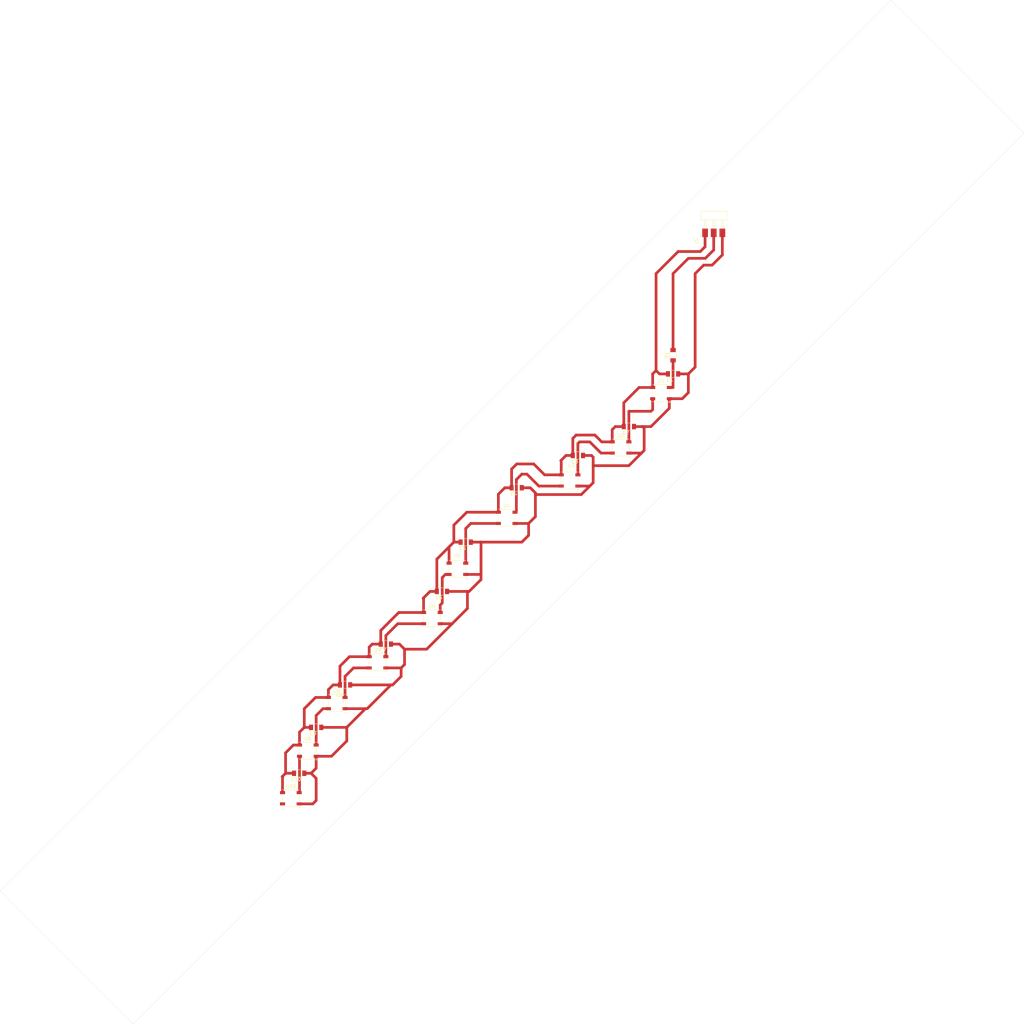
<source format=kicad_pcb>
(kicad_pcb (version 20241229) (generator "pcbnew") (generator_version "9.0")
  (layers (0 "F.Cu" signal) (2 "B.Cu" signal) (13 "F.Paste" user) (15 "B.Paste" user) (5 "F.SilkS" user "F.Silkscreen") (7 "B.SilkS" user "B.Silkscreen") (1 "F.Mask" user) (3 "B.Mask" user) (25 "Edge.Cuts" user))
  (net 0 "")
  (net 1 "PWR_5V")
  (net 2 "/DATA")
  (net 4 "/DATA1")
  (net 5 "/DATA2")
  (net 6 "/DATA3")
  (net 7 "/DATA4")
  (net 8 "/DATA5")
  (net 9 "/DATA6")
  (net 10 "/DATA7")
  (net 11 "/DATA8")
  (net 12 "/DATA9")
  (net 13 "PWR_GND")
  (footprint "fab:LED_ADDR_Worldsemi_WS2812B" (layer "F.Cu") (at 212.55 281.75)
    (property "Reference" "U10" (at 0 -3.5 0) (layer "F.SilkS"))
    (property "Value" "LED_ADDR_Worldsemi_WS2812B")
    (fp_line (start -2.5 -0.9) (end -2.5 0.9) (stroke (width 0.12)) (layer "F.SilkS"))
    (fp_line (start -2.5 2.5) (end 2 2.5) (stroke (width 0.12)) (layer "F.SilkS"))
    (fp_line (start 2.5 -2.5) (end -2.5 -2.5) (stroke (width 0.12)) (layer "F.SilkS"))
    (fp_line (start 2.5 -0.9) (end 2.5 0.9) (stroke (width 0.12)) (layer "F.SilkS"))
    (fp_circle (center 2.5 2.6) (end 2.7 2.6) (stroke (width 0.12)) (fill no) (layer "F.SilkS"))
    (pad "1" smd rect (at -2.45 -1.65) (size 1.5 0.9) (layers "F.Cu" "F.Mask" "F.Paste") (net 1 "PWR_5V"))
    (pad "2" smd rect (at -2.45 1.65) (size 1.5 0.9) (layers "F.Cu" "F.Mask" "F.Paste"))
    (pad "3" smd rect (at 2.45 1.65) (size 1.5 0.9) (layers "F.Cu" "F.Mask" "F.Paste") (net 13 "PWR_GND"))
    (pad "4" smd rect (at 2.45 -1.65) (size 1.5 0.9) (layers "F.Cu" "F.Mask" "F.Paste") (net 12 "/DATA9"))
  )
  (footprint "fab:R_1206" (layer "F.Cu") (at 325 151.4 90)
    (property "Reference" "R1" (at 0 -1.850001 90) (layer "F.SilkS"))
    (property "Value" "1kOhm")
    (fp_line (start -1 -1.07) (end 1 -1.07) (stroke (width 0.12)) (layer "F.SilkS"))
    (fp_line (start 1 1.07) (end -1 1.07) (stroke (width 0.12)) (layer "F.SilkS"))
    (pad "1" smd rect (at -1.5 0 90) (size 1.2 1.6) (layers "F.Cu" "F.Mask" "F.Paste") (net 2 "/DATA"))
    (pad "2" smd rect (at 1.5 0 90) (size 1.2 1.6) (layers "F.Cu" "F.Mask" "F.Paste") (net 2 "/DATA"))
  )
  (footprint "fab:C_1206" (layer "F.Cu") (at 215 274.4 180)
    (property "Reference" "C10" (at 0.9 -1.8 0) (layer "F.SilkS"))
    (property "Value" "0.1µF")
    (fp_line (start 1 1.07) (end -1 1.07) (stroke (width 0.12)) (layer "F.SilkS"))
    (fp_line (start -1 -1.07) (end 1 -1.07) (stroke (width 0.12)) (layer "F.SilkS"))
    (pad "1" smd rect (at -1.5 0 180) (size 1.2 1.6) (layers "F.Cu" "F.Mask" "F.Paste") (net 13 "PWR_GND"))
    (pad "2" smd rect (at 1.5 0 180) (size 1.2 1.6) (layers "F.Cu" "F.Mask" "F.Paste") (net 1 "PWR_5V"))
  )
  (footprint "fab:C_1206" (layer "F.Cu") (at 264 206.4 180)
    (property "Reference" "C5" (at 0.9 -1.8 0) (layer "F.SilkS"))
    (property "Value" "0.1µF")
    (fp_line (start 1 1.07) (end -1 1.07) (stroke (width 0.12)) (layer "F.SilkS"))
    (fp_line (start -1 -1.07) (end 1 -1.07) (stroke (width 0.12)) (layer "F.SilkS"))
    (pad "1" smd rect (at -1.5 0 180) (size 1.2 1.6) (layers "F.Cu" "F.Mask" "F.Paste") (net 13 "PWR_GND"))
    (pad "2" smd rect (at 1.5 0 180) (size 1.2 1.6) (layers "F.Cu" "F.Mask" "F.Paste") (net 1 "PWR_5V"))
  )
  (footprint "fab:PinHeader_01x03_P2.54mm_Horizontal_SMD" (layer "F.Cu") (at 334.420001 115.4 90)
    (property "Reference" "J1" (at -1.524 -2.54 90) (layer "F.SilkS") (effects (justify right)))
    (property "Value" "PinHeader_01x03_P2.54mm_Horizontal_SMD")
    (fp_line (start 6.35 -1.270001) (end 6.35 6.35) (stroke (width 0.12)) (layer "F.SilkS"))
    (fp_line (start 3.81 -1.27) (end 6.35 -1.270001) (stroke (width 0.12)) (layer "F.SilkS"))
    (fp_line (start -1.27 -1.27) (end 0 -1.270001) (stroke (width 0.12)) (layer "F.SilkS"))
    (fp_line (start 3.81 -0.254) (end 1.5 -0.254) (stroke (width 0.12)) (layer "F.SilkS"))
    (fp_line (start 3.81 0.254) (end 1.5 0.254) (stroke (width 0.12)) (layer "F.SilkS"))
    (fp_line (start 3.81 2.286) (end 1.5 2.286) (stroke (width 0.12)) (layer "F.SilkS"))
    (fp_line (start 3.81 2.794) (end 1.5 2.794) (stroke (width 0.12)) (layer "F.SilkS"))
    (fp_line (start 3.81 4.826) (end 1.5 4.826) (stroke (width 0.12)) (layer "F.SilkS"))
    (fp_line (start 3.81 5.334) (end 1.5 5.334) (stroke (width 0.12)) (layer "F.SilkS"))
    (fp_line (start 6.35 6.35) (end 3.81 6.35) (stroke (width 0.12)) (layer "F.SilkS"))
    (fp_line (start 3.81 6.35) (end 3.81 -1.27) (stroke (width 0.12)) (layer "F.SilkS"))
    (pad "1" smd rect (at 0 0 90) (size 2.5 1.7) (layers "F.Cu" "F.Mask" "F.Paste") (net 1 "PWR_5V"))
    (pad "2" smd rect (at 0 2.54 90) (size 2.5 1.7) (layers "F.Cu" "F.Mask" "F.Paste") (net 2 "/DATA"))
    (pad "3" smd rect (at 0 5.079999 90) (size 2.5 1.7) (layers "F.Cu" "F.Mask" "F.Paste") (net 13 "PWR_GND"))
  )
  (footprint "fab:C_1206" (layer "F.Cu") (at 257 220.9 180)
    (property "Reference" "C6" (at 0.9 -1.8 0) (layer "F.SilkS"))
    (property "Value" "0.1µF")
    (fp_line (start 1 1.07) (end -1 1.07) (stroke (width 0.12)) (layer "F.SilkS"))
    (fp_line (start -1 -1.07) (end 1 -1.07) (stroke (width 0.12)) (layer "F.SilkS"))
    (pad "1" smd rect (at -1.5 0 180) (size 1.2 1.6) (layers "F.Cu" "F.Mask" "F.Paste") (net 13 "PWR_GND"))
    (pad "2" smd rect (at 1.5 0 180) (size 1.2 1.6) (layers "F.Cu" "F.Mask" "F.Paste") (net 1 "PWR_5V"))
  )
  (footprint "fab:C_1206" (layer "F.Cu") (at 240.5 236.4 180)
    (property "Reference" "C7" (at 0.9 -1.8 0) (layer "F.SilkS"))
    (property "Value" "0.1µF")
    (fp_line (start 1 1.07) (end -1 1.07) (stroke (width 0.12)) (layer "F.SilkS"))
    (fp_line (start -1 -1.07) (end 1 -1.07) (stroke (width 0.12)) (layer "F.SilkS"))
    (pad "1" smd rect (at -1.5 0 180) (size 1.2 1.6) (layers "F.Cu" "F.Mask" "F.Paste") (net 13 "PWR_GND"))
    (pad "2" smd rect (at 1.5 0 180) (size 1.2 1.6) (layers "F.Cu" "F.Mask" "F.Paste") (net 1 "PWR_5V"))
  )
  (footprint "fab:LED_ADDR_Worldsemi_WS2812B" (layer "F.Cu") (at 238.05 241.75)
    (property "Reference" "U7" (at 0 -3.5 0) (layer "F.SilkS"))
    (property "Value" "LED_ADDR_Worldsemi_WS2812B")
    (fp_line (start -2.5 -0.9) (end -2.5 0.9) (stroke (width 0.12)) (layer "F.SilkS"))
    (fp_line (start -2.5 2.5) (end 2 2.5) (stroke (width 0.12)) (layer "F.SilkS"))
    (fp_line (start 2.5 -2.5) (end -2.5 -2.5) (stroke (width 0.12)) (layer "F.SilkS"))
    (fp_line (start 2.5 -0.9) (end 2.5 0.9) (stroke (width 0.12)) (layer "F.SilkS"))
    (fp_circle (center 2.5 2.6) (end 2.7 2.6) (stroke (width 0.12)) (fill no) (layer "F.SilkS"))
    (pad "1" smd rect (at -2.45 -1.65) (size 1.5 0.9) (layers "F.Cu" "F.Mask" "F.Paste") (net 1 "PWR_5V"))
    (pad "2" smd rect (at -2.45 1.65) (size 1.5 0.9) (layers "F.Cu" "F.Mask" "F.Paste") (net 10 "/DATA7"))
    (pad "3" smd rect (at 2.45 1.65) (size 1.5 0.9) (layers "F.Cu" "F.Mask" "F.Paste") (net 13 "PWR_GND"))
    (pad "4" smd rect (at 2.45 -1.65) (size 1.5 0.9) (layers "F.Cu" "F.Mask" "F.Paste") (net 9 "/DATA6"))
  )
  (footprint "fab:C_1206" (layer "F.Cu") (at 325 156.9 180)
    (property "Reference" "C1" (at 0.9 -1.8 0) (layer "F.SilkS"))
    (property "Value" "0.1µF")
    (fp_line (start 1 1.07) (end -1 1.07) (stroke (width 0.12)) (layer "F.SilkS"))
    (fp_line (start -1 -1.07) (end 1 -1.07) (stroke (width 0.12)) (layer "F.SilkS"))
    (pad "1" smd rect (at -1.5 0 180) (size 1.2 1.6) (layers "F.Cu" "F.Mask" "F.Paste") (net 13 "PWR_GND"))
    (pad "2" smd rect (at 1.5 0 180) (size 1.2 1.6) (layers "F.Cu" "F.Mask" "F.Paste") (net 1 "PWR_5V"))
  )
  (footprint "fab:C_1206" (layer "F.Cu") (at 220 260.9 180)
    (property "Reference" "C9" (at 0.9 -1.8 0) (layer "F.SilkS"))
    (property "Value" "0.1µF")
    (fp_line (start 1 1.07) (end -1 1.07) (stroke (width 0.12)) (layer "F.SilkS"))
    (fp_line (start -1 -1.07) (end 1 -1.07) (stroke (width 0.12)) (layer "F.SilkS"))
    (pad "1" smd rect (at -1.5 0 180) (size 1.2 1.6) (layers "F.Cu" "F.Mask" "F.Paste") (net 13 "PWR_GND"))
    (pad "2" smd rect (at 1.5 0 180) (size 1.2 1.6) (layers "F.Cu" "F.Mask" "F.Paste") (net 1 "PWR_5V"))
  )
  (footprint "fab:LED_ADDR_Worldsemi_WS2812B" (layer "F.Cu") (at 276.05 199.25)
    (property "Reference" "U4" (at 0 -3.5 0) (layer "F.SilkS"))
    (property "Value" "LED_ADDR_Worldsemi_WS2812B")
    (fp_line (start -2.5 -0.9) (end -2.5 0.9) (stroke (width 0.12)) (layer "F.SilkS"))
    (fp_line (start -2.5 2.5) (end 2 2.5) (stroke (width 0.12)) (layer "F.SilkS"))
    (fp_line (start 2.5 -2.5) (end -2.5 -2.5) (stroke (width 0.12)) (layer "F.SilkS"))
    (fp_line (start 2.5 -0.9) (end 2.5 0.9) (stroke (width 0.12)) (layer "F.SilkS"))
    (fp_circle (center 2.5 2.6) (end 2.7 2.6) (stroke (width 0.12)) (fill no) (layer "F.SilkS"))
    (pad "1" smd rect (at -2.45 -1.65) (size 1.5 0.9) (layers "F.Cu" "F.Mask" "F.Paste") (net 1 "PWR_5V"))
    (pad "2" smd rect (at -2.45 1.65) (size 1.5 0.9) (layers "F.Cu" "F.Mask" "F.Paste") (net 7 "/DATA4"))
    (pad "3" smd rect (at 2.45 1.65) (size 1.5 0.9) (layers "F.Cu" "F.Mask" "F.Paste") (net 13 "PWR_GND"))
    (pad "4" smd rect (at 2.45 -1.65) (size 1.5 0.9) (layers "F.Cu" "F.Mask" "F.Paste") (net 6 "/DATA3"))
  )
  (footprint "fab:LED_ADDR_Worldsemi_WS2812B" (layer "F.Cu") (at 261.55 214.25)
    (property "Reference" "U5" (at -0.05 -3.85 0) (layer "F.SilkS"))
    (property "Value" "LED_ADDR_Worldsemi_WS2812B")
    (fp_line (start -2.5 -0.9) (end -2.5 0.9) (stroke (width 0.12)) (layer "F.SilkS"))
    (fp_line (start -2.5 2.5) (end 2 2.5) (stroke (width 0.12)) (layer "F.SilkS"))
    (fp_line (start 2.5 -2.5) (end -2.5 -2.5) (stroke (width 0.12)) (layer "F.SilkS"))
    (fp_line (start 2.5 -0.9) (end 2.5 0.9) (stroke (width 0.12)) (layer "F.SilkS"))
    (fp_circle (center 2.5 2.6) (end 2.7 2.6) (stroke (width 0.12)) (fill no) (layer "F.SilkS"))
    (pad "1" smd rect (at -2.45 -1.65) (size 1.5 0.9) (layers "F.Cu" "F.Mask" "F.Paste") (net 1 "PWR_5V"))
    (pad "2" smd rect (at -2.45 1.65) (size 1.5 0.9) (layers "F.Cu" "F.Mask" "F.Paste") (net 8 "/DATA5"))
    (pad "3" smd rect (at 2.45 1.65) (size 1.5 0.9) (layers "F.Cu" "F.Mask" "F.Paste") (net 13 "PWR_GND"))
    (pad "4" smd rect (at 2.45 -1.65) (size 1.5 0.9) (layers "F.Cu" "F.Mask" "F.Paste") (net 7 "/DATA4"))
  )
  (footprint "fab:C_1206" (layer "F.Cu") (at 228.5 248.4 180)
    (property "Reference" "C8" (at 1.5 -3 0) (layer "F.SilkS"))
    (property "Value" "0.1µF")
    (fp_line (start 1 1.07) (end -1 1.07) (stroke (width 0.12)) (layer "F.SilkS"))
    (fp_line (start -1 -1.07) (end 1 -1.07) (stroke (width 0.12)) (layer "F.SilkS"))
    (pad "1" smd rect (at -1.5 0 180) (size 1.2 1.6) (layers "F.Cu" "F.Mask" "F.Paste") (net 13 "PWR_GND"))
    (pad "2" smd rect (at 1.5 0 180) (size 1.2 1.6) (layers "F.Cu" "F.Mask" "F.Paste") (net 1 "PWR_5V"))
  )
  (footprint "fab:LED_ADDR_Worldsemi_WS2812B" (layer "F.Cu") (at 294.55 188.25)
    (property "Reference" "U3" (at 0.45 -4.35 0) (layer "F.SilkS"))
    (property "Value" "LED_ADDR_Worldsemi_WS2812B")
    (fp_line (start -2.5 -0.9) (end -2.5 0.9) (stroke (width 0.12)) (layer "F.SilkS"))
    (fp_line (start -2.5 2.5) (end 2 2.5) (stroke (width 0.12)) (layer "F.SilkS"))
    (fp_line (start 2.5 -2.5) (end -2.5 -2.5) (stroke (width 0.12)) (layer "F.SilkS"))
    (fp_line (start 2.5 -0.9) (end 2.5 0.9) (stroke (width 0.12)) (layer "F.SilkS"))
    (fp_circle (center 2.5 2.6) (end 2.7 2.6) (stroke (width 0.12)) (fill no) (layer "F.SilkS"))
    (pad "1" smd rect (at -2.45 -1.65) (size 1.5 0.9) (layers "F.Cu" "F.Mask" "F.Paste") (net 1 "PWR_5V"))
    (pad "2" smd rect (at -2.45 1.65) (size 1.5 0.9) (layers "F.Cu" "F.Mask" "F.Paste") (net 6 "/DATA3"))
    (pad "3" smd rect (at 2.45 1.65) (size 1.5 0.9) (layers "F.Cu" "F.Mask" "F.Paste") (net 13 "PWR_GND"))
    (pad "4" smd rect (at 2.45 -1.65) (size 1.5 0.9) (layers "F.Cu" "F.Mask" "F.Paste") (net 5 "/DATA2"))
  )
  (footprint "fab:LED_ADDR_Worldsemi_WS2812B" (layer "F.Cu") (at 226.05 253.75)
    (property "Reference" "U8" (at 0 -3.5 0) (layer "F.SilkS"))
    (property "Value" "LED_ADDR_Worldsemi_WS2812B")
    (fp_line (start -2.5 -0.9) (end -2.5 0.9) (stroke (width 0.12)) (layer "F.SilkS"))
    (fp_line (start -2.5 2.5) (end 2 2.5) (stroke (width 0.12)) (layer "F.SilkS"))
    (fp_line (start 2.5 -2.5) (end -2.5 -2.5) (stroke (width 0.12)) (layer "F.SilkS"))
    (fp_line (start 2.5 -0.9) (end 2.5 0.9) (stroke (width 0.12)) (layer "F.SilkS"))
    (fp_circle (center 2.5 2.6) (end 2.7 2.6) (stroke (width 0.12)) (fill no) (layer "F.SilkS"))
    (pad "1" smd rect (at -2.45 -1.65) (size 1.5 0.9) (layers "F.Cu" "F.Mask" "F.Paste") (net 1 "PWR_5V"))
    (pad "2" smd rect (at -2.45 1.65) (size 1.5 0.9) (layers "F.Cu" "F.Mask" "F.Paste") (net 11 "/DATA8"))
    (pad "3" smd rect (at 2.45 1.65) (size 1.5 0.9) (layers "F.Cu" "F.Mask" "F.Paste") (net 13 "PWR_GND"))
    (pad "4" smd rect (at 2.45 -1.65) (size 1.5 0.9) (layers "F.Cu" "F.Mask" "F.Paste") (net 10 "/DATA7"))
  )
  (footprint "fab:LED_ADDR_Worldsemi_WS2812B" (layer "F.Cu") (at 254.05 228.75)
    (property "Reference" "U6" (at 0 -3.5 0) (layer "F.SilkS"))
    (property "Value" "LED_ADDR_Worldsemi_WS2812B")
    (fp_line (start -2.5 -0.9) (end -2.5 0.9) (stroke (width 0.12)) (layer "F.SilkS"))
    (fp_line (start -2.5 2.5) (end 2 2.5) (stroke (width 0.12)) (layer "F.SilkS"))
    (fp_line (start 2.5 -2.5) (end -2.5 -2.5) (stroke (width 0.12)) (layer "F.SilkS"))
    (fp_line (start 2.5 -0.9) (end 2.5 0.9) (stroke (width 0.12)) (layer "F.SilkS"))
    (fp_circle (center 2.5 2.6) (end 2.7 2.6) (stroke (width 0.12)) (fill no) (layer "F.SilkS"))
    (pad "1" smd rect (at -2.45 -1.65) (size 1.5 0.9) (layers "F.Cu" "F.Mask" "F.Paste") (net 1 "PWR_5V"))
    (pad "2" smd rect (at -2.45 1.65) (size 1.5 0.9) (layers "F.Cu" "F.Mask" "F.Paste") (net 9 "/DATA6"))
    (pad "3" smd rect (at 2.45 1.65) (size 1.5 0.9) (layers "F.Cu" "F.Mask" "F.Paste") (net 13 "PWR_GND"))
    (pad "4" smd rect (at 2.45 -1.65) (size 1.5 0.9) (layers "F.Cu" "F.Mask" "F.Paste") (net 8 "/DATA5"))
  )
  (footprint "fab:LED_ADDR_Worldsemi_WS2812B" (layer "F.Cu") (at 217.55 267.75)
    (property "Reference" "U9" (at 0 -3.5 0) (layer "F.SilkS"))
    (property "Value" "LED_ADDR_Worldsemi_WS2812B")
    (fp_line (start -2.5 -0.9) (end -2.5 0.9) (stroke (width 0.12)) (layer "F.SilkS"))
    (fp_line (start -2.5 2.5) (end 2 2.5) (stroke (width 0.12)) (layer "F.SilkS"))
    (fp_line (start 2.5 -2.5) (end -2.5 -2.5) (stroke (width 0.12)) (layer "F.SilkS"))
    (fp_line (start 2.5 -0.9) (end 2.5 0.9) (stroke (width 0.12)) (layer "F.SilkS"))
    (fp_circle (center 2.5 2.6) (end 2.7 2.6) (stroke (width 0.12)) (fill no) (layer "F.SilkS"))
    (pad "1" smd rect (at -2.45 -1.65) (size 1.5 0.9) (layers "F.Cu" "F.Mask" "F.Paste") (net 1 "PWR_5V"))
    (pad "2" smd rect (at -2.45 1.65) (size 1.5 0.9) (layers "F.Cu" "F.Mask" "F.Paste") (net 12 "/DATA9"))
    (pad "3" smd rect (at 2.45 1.65) (size 1.5 0.9) (layers "F.Cu" "F.Mask" "F.Paste") (net 13 "PWR_GND"))
    (pad "4" smd rect (at 2.45 -1.65) (size 1.5 0.9) (layers "F.Cu" "F.Mask" "F.Paste") (net 11 "/DATA8"))
  )
  (footprint "fab:C_1206" (layer "F.Cu") (at 312 172.4 180)
    (property "Reference" "C2" (at 0.9 -1.8 0) (layer "F.SilkS"))
    (property "Value" "0.1µF")
    (fp_line (start 1 1.07) (end -1 1.07) (stroke (width 0.12)) (layer "F.SilkS"))
    (fp_line (start -1 -1.07) (end 1 -1.07) (stroke (width 0.12)) (layer "F.SilkS"))
    (pad "1" smd rect (at -1.5 0 180) (size 1.2 1.6) (layers "F.Cu" "F.Mask" "F.Paste") (net 13 "PWR_GND"))
    (pad "2" smd rect (at 1.5 0 180) (size 1.2 1.6) (layers "F.Cu" "F.Mask" "F.Paste") (net 1 "PWR_5V"))
  )
  (footprint "fab:LED_ADDR_Worldsemi_WS2812B" (layer "F.Cu") (at 309.55 178.55)
    (property "Reference" "U2" (at 0 -3.5 0) (layer "F.SilkS"))
    (property "Value" "LED_ADDR_Worldsemi_WS2812B")
    (fp_line (start -2.5 -0.9) (end -2.5 0.9) (stroke (width 0.12)) (layer "F.SilkS"))
    (fp_line (start -2.5 2.5) (end 2 2.5) (stroke (width 0.12)) (layer "F.SilkS"))
    (fp_line (start 2.5 -2.5) (end -2.5 -2.5) (stroke (width 0.12)) (layer "F.SilkS"))
    (fp_line (start 2.5 -0.9) (end 2.5 0.9) (stroke (width 0.12)) (layer "F.SilkS"))
    (fp_circle (center 2.5 2.6) (end 2.7 2.6) (stroke (width 0.12)) (fill no) (layer "F.SilkS"))
    (pad "1" smd rect (at -2.45 -1.65) (size 1.5 0.9) (layers "F.Cu" "F.Mask" "F.Paste") (net 1 "PWR_5V"))
    (pad "2" smd rect (at -2.45 1.65) (size 1.5 0.9) (layers "F.Cu" "F.Mask" "F.Paste") (net 5 "/DATA2"))
    (pad "3" smd rect (at 2.45 1.65) (size 1.5 0.9) (layers "F.Cu" "F.Mask" "F.Paste") (net 13 "PWR_GND"))
    (pad "4" smd rect (at 2.45 -1.65) (size 1.5 0.9) (layers "F.Cu" "F.Mask" "F.Paste") (net 4 "/DATA1"))
  )
  (footprint "fab:LED_ADDR_Worldsemi_WS2812B" (layer "F.Cu") (at 321.45 162.55)
    (property "Reference" "U1" (at 0 -3.5 0) (layer "F.SilkS"))
    (property "Value" "LED_ADDR_Worldsemi_WS2812B")
    (fp_line (start -2.5 -0.9) (end -2.5 0.9) (stroke (width 0.12)) (layer "F.SilkS"))
    (fp_line (start -2.5 2.5) (end 2 2.5) (stroke (width 0.12)) (layer "F.SilkS"))
    (fp_line (start 2.5 -2.5) (end -2.5 -2.5) (stroke (width 0.12)) (layer "F.SilkS"))
    (fp_line (start 2.5 -0.9) (end 2.5 0.9) (stroke (width 0.12)) (layer "F.SilkS"))
    (fp_circle (center 2.5 2.6) (end 2.7 2.6) (stroke (width 0.12)) (fill no) (layer "F.SilkS"))
    (pad "1" smd rect (at -2.45 -1.65) (size 1.5 0.9) (layers "F.Cu" "F.Mask" "F.Paste") (net 1 "PWR_5V"))
    (pad "2" smd rect (at -2.45 1.65) (size 1.5 0.9) (layers "F.Cu" "F.Mask" "F.Paste") (net 4 "/DATA1"))
    (pad "3" smd rect (at 2.45 1.65) (size 1.5 0.9) (layers "F.Cu" "F.Mask" "F.Paste") (net 13 "PWR_GND"))
    (pad "4" smd rect (at 2.45 -1.65) (size 1.5 0.9) (layers "F.Cu" "F.Mask" "F.Paste") (net 2 "/DATA"))
  )
  (footprint "fab:C_1206" (layer "F.Cu") (at 297 180.9 180)
    (property "Reference" "C3" (at 0.9 -1.8 0) (layer "F.SilkS"))
    (property "Value" "0.1µF")
    (fp_line (start 1 1.07) (end -1 1.07) (stroke (width 0.12)) (layer "F.SilkS"))
    (fp_line (start -1 -1.07) (end 1 -1.07) (stroke (width 0.12)) (layer "F.SilkS"))
    (pad "1" smd rect (at -1.5 0 180) (size 1.2 1.6) (layers "F.Cu" "F.Mask" "F.Paste") (net 13 "PWR_GND"))
    (pad "2" smd rect (at 1.5 0 180) (size 1.2 1.6) (layers "F.Cu" "F.Mask" "F.Paste") (net 1 "PWR_5V"))
  )
  (footprint "fab:C_1206" (layer "F.Cu") (at 279 190.4 180)
    (property "Reference" "C4" (at 0.9 -1.8 0) (layer "F.SilkS"))
    (property "Value" "0.1µF")
    (fp_line (start 1 1.07) (end -1 1.07) (stroke (width 0.12)) (layer "F.SilkS"))
    (fp_line (start -1 -1.07) (end 1 -1.07) (stroke (width 0.12)) (layer "F.SilkS"))
    (pad "1" smd rect (at -1.5 0 180) (size 1.2 1.6) (layers "F.Cu" "F.Mask" "F.Paste") (net 13 "PWR_GND"))
    (pad "2" smd rect (at 1.5 0 180) (size 1.2 1.6) (layers "F.Cu" "F.Mask" "F.Paste") (net 1 "PWR_5V"))
  )
  (gr_poly (pts (xy 166.25 348.15) (xy 127.005574 308.905574) (xy 388.988636 46.922511) (xy 428.233062 86.166938)) (stroke (width 0.05)) (fill no) (layer "Edge.Cuts"))
  (segment (start 235.6 240.1) (end 229.8 240.1) (width 0.8) (layer "F.Cu") (net 1))
  (segment (start 275.5 190.4) (end 273.6 192.3) (width 0.8) (layer "F.Cu") (net 1))
  (segment (start 279 183.4) (end 277.5 184.9) (width 0.8) (layer "F.Cu") (net 1))
  (segment (start 223.6 252.1) (end 219.8 252.1) (width 0.8) (layer "F.Cu") (net 1))
  (segment (start 210.1 275.5) (end 210.1 280.1) (width 0.8) (layer "F.Cu") (net 1))
  (segment (start 244.3 227.1) (end 251.6 227.1) (width 0.8) (layer "F.Cu") (net 1))
  (segment (start 295.5 180.9) (end 293.5 180.9) (width 0.8) (layer "F.Cu") (net 1))
  (segment (start 273.6 192.3) (end 273.6 197.6) (width 0.8) (layer "F.Cu") (net 1))
  (segment (start 255.5 211.4) (end 259.1 207.8) (width 0.8) (layer "F.Cu") (net 1))
  (segment (start 255.5 220.9) (end 255.5 211.4) (width 0.8) (layer "F.Cu") (net 1))
  (segment (start 296.5 174.9) (end 295.5 175.9) (width 0.8) (layer "F.Cu") (net 1))
  (segment (start 239 232.4) (end 244.3 227.1) (width 0.8) (layer "F.Cu") (net 1))
  (segment (start 227 242.9) (end 227 248.4) (width 0.8) (layer "F.Cu") (net 1))
  (segment (start 225 248.4) (end 223.6 249.8) (width 0.8) (layer "F.Cu") (net 1))
  (segment (start 216.5 260.9) (end 215.1 262.3) (width 0.8) (layer "F.Cu") (net 1))
  (segment (start 251.5 222.9) (end 251.6 223) (width 0.8) (layer "F.Cu") (net 1))
  (segment (start 216.5 255.4) (end 216.5 260.9) (width 0.8) (layer "F.Cu") (net 1))
  (segment (start 235.6 237.3) (end 235.6 240.1) (width 0.8) (layer "F.Cu") (net 1))
  (segment (start 319 156.9) (end 320 155.9) (width 0.8) (layer "F.Cu") (net 1))
  (segment (start 307.1 176.9) (end 304 176.9) (width 0.8) (layer "F.Cu") (net 1))
  (segment (start 239 236.4) (end 239 232.4) (width 0.8) (layer "F.Cu") (net 1))
  (segment (start 277.5 184.9) (end 277.5 190.4) (width 0.8) (layer "F.Cu") (net 1))
  (segment (start 333 120.9) (end 334.420001 119.479999) (width 0.8) (layer "F.Cu") (net 1))
  (segment (start 308 172.4) (end 307.1 173.3) (width 0.8) (layer "F.Cu") (net 1))
  (segment (start 315 160.9) (end 319 160.9) (width 0.8) (layer "F.Cu") (net 1))
  (segment (start 321 156.9) (end 323.5 156.9) (width 0.8) (layer "F.Cu") (net 1))
  (segment (start 310.5 172.4) (end 308 172.4) (width 0.8) (layer "F.Cu") (net 1))
  (segment (start 223.6 249.8) (end 223.6 252.1) (width 0.8) (layer "F.Cu") (net 1))
  (segment (start 213.5 274.4) (end 211 274.4) (width 0.8) (layer "F.Cu") (net 1))
  (segment (start 320 127.4) (end 326.5 120.9) (width 0.8) (layer "F.Cu") (net 1))
  (segment (start 215.1 266.1) (end 213.3 266.1) (width 0.8) (layer "F.Cu") (net 1))
  (segment (start 229.8 240.1) (end 227 242.9) (width 0.8) (layer "F.Cu") (net 1))
  (segment (start 304 176.9) (end 302 174.9) (width 0.8) (layer "F.Cu") (net 1))
  (segment (start 320 155.9) (end 320 127.4) (width 0.8) (layer "F.Cu") (net 1))
  (segment (start 292.1 182.5) (end 292.1 186.6) (width 0.8) (layer "F.Cu") (net 1))
  (segment (start 284 183.4) (end 279 183.4) (width 0.8) (layer "F.Cu") (net 1))
  (segment (start 227 248.4) (end 225 248.4) (width 0.8) (layer "F.Cu") (net 1))
  (segment (start 277.5 190.4) (end 275.5 190.4) (width 0.8) (layer "F.Cu") (net 1))
  (segment (start 219.8 252.1) (end 216.5 255.4) (width 0.8) (layer "F.Cu") (net 1))
  (segment (start 319 160.9) (end 319 156.9) (width 0.8) (layer "F.Cu") (net 1))
  (segment (start 292 182.4) (end 292.1 182.5) (width 0.8) (layer "F.Cu") (net 1))
  (segment (start 310.5 172.4) (end 310.5 165.4) (width 0.8) (layer "F.Cu") (net 1))
  (segment (start 295.5 175.9) (end 295.5 180.9) (width 0.8) (layer "F.Cu") (net 1))
  (segment (start 310.5 165.4) (end 315 160.9) (width 0.8) (layer "F.Cu") (net 1))
  (segment (start 210 275.4) (end 210.1 275.5) (width 0.8) (layer "F.Cu") (net 1))
  (segment (start 218.5 260.9) (end 216.5 260.9) (width 0.8) (layer "F.Cu") (net 1))
  (segment (start 264.3 197.6) (end 260.5 201.4) (width 0.8) (layer "F.Cu") (net 1))
  (segment (start 302 174.9) (end 296.5 174.9) (width 0.8) (layer "F.Cu") (net 1))
  (segment (start 273.6 197.6) (end 264.3 197.6) (width 0.8) (layer "F.Cu") (net 1))
  (segment (start 334.420001 119.479999) (end 334.420001 115.4) (width 0.8) (layer "F.Cu") (net 1))
  (segment (start 326.5 120.9) (end 333 120.9) (width 0.8) (layer "F.Cu") (net 1))
  (segment (start 287.2 186.6) (end 284 183.4) (width 0.8) (layer "F.Cu") (net 1))
  (segment (start 293.5 180.9) (end 292 182.4) (width 0.8) (layer "F.Cu") (net 1))
  (segment (start 236.5 236.4) (end 235.6 237.3) (width 0.8) (layer "F.Cu") (net 1))
  (segment (start 213.3 266.1) (end 211 268.4) (width 0.8) (layer "F.Cu") (net 1))
  (segment (start 307.1 173.3) (end 307.1 176.9) (width 0.8) (layer "F.Cu") (net 1))
  (segment (start 255.5 220.9) (end 253.5 220.9) (width 0.8) (layer "F.Cu") (net 1))
  (segment (start 262.5 206.4) (end 260.5 206.4) (width 0.8) (layer "F.Cu") (net 1))
  (segment (start 239 236.4) (end 236.5 236.4) (width 0.8) (layer "F.Cu") (net 1))
  (segment (start 260.5 201.4) (end 260.5 206.4) (width 0.8) (layer "F.Cu") (net 1))
  (segment (start 251.6 223) (end 251.6 227.1) (width 0.8) (layer "F.Cu") (net 1))
  (segment (start 292.1 186.6) (end 287.2 186.6) (width 0.8) (layer "F.Cu") (net 1))
  (segment (start 215.1 262.3) (end 215.1 266.1) (width 0.8) (layer "F.Cu") (net 1))
  (segment (start 211 268.4) (end 211 274.4) (width 0.8) (layer "F.Cu") (net 1))
  (segment (start 320 155.9) (end 321 156.9) (width 0.8) (layer "F.Cu") (net 1))
  (segment (start 253.5 220.9) (end 251.5 222.9) (width 0.8) (layer "F.Cu") (net 1))
  (segment (start 260.5 206.4) (end 259.1 207.8) (width 0.8) (layer "F.Cu") (net 1))
  (segment (start 211 274.4) (end 210 275.4) (width 0.8) (layer "F.Cu") (net 1))
  (segment (start 259.1 207.8) (end 259.1 212.6) (width 0.8) (layer "F.Cu") (net 1))
  (segment (start 329.5 122.9) (end 334.5 122.9) (width 0.8) (layer "F.Cu") (net 2))
  (segment (start 325 160.9) (end 323.9 160.9) (width 0.8) (layer "F.Cu") (net 2))
  (segment (start 325 149.9) (end 325 127.4) (width 0.8) (layer "F.Cu") (net 2))
  (segment (start 325 152.9) (end 325 160.9) (width 0.8) (layer "F.Cu") (net 2))
  (segment (start 334.5 122.9) (end 336.960001 120.439999) (width 0.8) (layer "F.Cu") (net 2))
  (segment (start 325 127.4) (end 329.5 122.9) (width 0.8) (layer "F.Cu") (net 2))
  (segment (start 336.960001 120.439999) (end 336.960001 115.4) (width 0.8) (layer "F.Cu") (net 2))
  (segment (start 312 167.9) (end 312 176.9) (width 0.8) (layer "F.Cu") (net 4))
  (segment (start 319 167.4) (end 318.5 167.9) (width 0.8) (layer "F.Cu") (net 4))
  (segment (start 319 164.2) (end 319 167.4) (width 0.8) (layer "F.Cu") (net 4))
  (segment (start 318.5 167.9) (end 312 167.9) (width 0.8) (layer "F.Cu") (net 4))
  (segment (start 297 177.4) (end 297 186.6) (width 0.8) (layer "F.Cu") (net 5))
  (segment (start 297.5 176.9) (end 297 177.4) (width 0.8) (layer "F.Cu") (net 5))
  (segment (start 307.1 180.2) (end 303.8 180.2) (width 0.8) (layer "F.Cu") (net 5))
  (segment (start 303.8 180.2) (end 300.5 176.9) (width 0.8) (layer "F.Cu") (net 5))
  (segment (start 300.5 176.9) (end 297.5 176.9) (width 0.8) (layer "F.Cu") (net 5))
  (segment (start 292.1 189.9) (end 285.5 189.9) (width 0.8) (layer "F.Cu") (net 6))
  (segment (start 285.5 189.9) (end 282 186.4) (width 0.8) (layer "F.Cu") (net 6))
  (segment (start 278.901 197.199) (end 278.5 197.6) (width 0.8) (layer "F.Cu") (net 6))
  (segment (start 278.901 187.999) (end 278.901 197.199) (width 0.8) (layer "F.Cu") (net 6))
  (segment (start 282 186.4) (end 280.5 186.4) (width 0.8) (layer "F.Cu") (net 6))
  (segment (start 280.5 186.4) (end 278.901 187.999) (width 0.8) (layer "F.Cu") (net 6))
  (segment (start 273.6 200.9) (end 265.5 200.9) (width 0.8) (layer "F.Cu") (net 7))
  (segment (start 265.5 200.9) (end 264 202.4) (width 0.8) (layer "F.Cu") (net 7))
  (segment (start 264 202.4) (end 264 212.6) (width 0.8) (layer "F.Cu") (net 7))
  (segment (start 258 215.9) (end 257.099 216.801) (width 0.8) (layer "F.Cu") (net 8))
  (segment (start 257.099 224.301) (end 256.5 224.9) (width 0.8) (layer "F.Cu") (net 8))
  (segment (start 257.099 216.801) (end 257.099 224.301) (width 0.8) (layer "F.Cu") (net 8))
  (segment (start 256.5 224.9) (end 256.5 227.1) (width 0.8) (layer "F.Cu") (net 8))
  (segment (start 259.1 215.9) (end 258 215.9) (width 0.8) (layer "F.Cu") (net 8))
  (segment (start 244 230.4) (end 240.5 233.9) (width 0.8) (layer "F.Cu") (net 9))
  (segment (start 240.5 233.9) (end 240.5 240.1) (width 0.8) (layer "F.Cu") (net 9))
  (segment (start 251.6 230.4) (end 244 230.4) (width 0.8) (layer "F.Cu") (net 9))
  (segment (start 235.6 243.4) (end 231 243.4) (width 0.8) (layer "F.Cu") (net 10))
  (segment (start 231 243.4) (end 228.5 245.9) (width 0.8) (layer "F.Cu") (net 10))
  (segment (start 228.5 245.9) (end 228.5 252.1) (width 0.8) (layer "F.Cu") (net 10))
  (segment (start 222 255.4) (end 220 257.4) (width 0.8) (layer "F.Cu") (net 11))
  (segment (start 220 257.4) (end 220 266.1) (width 0.8) (layer "F.Cu") (net 11))
  (segment (start 223.6 255.4) (end 222 255.4) (width 0.8) (layer "F.Cu") (net 11))
  (segment (start 215.1 269.4) (end 215.1 280) (width 0.8) (layer "F.Cu") (net 12))
  (segment (start 215.1 280) (end 215 280.1) (width 0.8) (layer "F.Cu") (net 12))
  (segment (start 219 283.4) (end 215 283.4) (width 0.8) (layer "F.Cu") (net 13))
  (segment (start 252.5 237.9) (end 246 237.9) (width 0.8) (layer "F.Cu") (net 13))
  (segment (start 220 282.4) (end 219 283.4) (width 0.8) (layer "F.Cu") (net 13))
  (segment (start 229 264.9) (end 224.5 269.4) (width 0.8) (layer "F.Cu") (net 13))
  (segment (start 242.5 248.4) (end 245 245.9) (width 0.8) (layer "F.Cu") (net 13))
  (segment (start 246 242.4) (end 245 243.4) (width 0.8) (layer "F.Cu") (net 13))
  (segment (start 235 255.4) (end 242 248.4) (width 0.8) (layer "F.Cu") (net 13))
  (segment (start 245 245.9) (end 245 243.4) (width 0.8) (layer "F.Cu") (net 13))
  (segment (start 329.5 162.4) (end 327.7 164.2) (width 0.8) (layer "F.Cu") (net 13))
  (segment (start 298 192.4) (end 284.5 192.4) (width 0.8) (layer "F.Cu") (net 13))
  (segment (start 218.5 274.4) (end 216.5 274.4) (width 0.8) (layer "F.Cu") (net 13))
  (segment (start 315.7 180.2) (end 312 180.2) (width 0.8) (layer "F.Cu") (net 13))
  (segment (start 268.5 215.9) (end 264 215.9) (width 0.8) (layer "F.Cu") (net 13))
  (segment (start 329.5 156.9) (end 329.5 162.4) (width 0.8) (layer "F.Cu") (net 13))
  (segment (start 244.5 236.4) (end 246 237.9) (width 0.8) (layer "F.Cu") (net 13))
  (segment (start 331.5 127.4) (end 334 124.9) (width 0.8) (layer "F.Cu") (net 13))
  (segment (start 329.5 156.9) (end 331.5 154.9) (width 0.8) (layer "F.Cu") (net 13))
  (segment (start 284.5 198.9) (end 282.5 200.9) (width 0.8) (layer "F.Cu") (net 13))
  (segment (start 283 190.4) (end 284.5 191.9) (width 0.8) (layer "F.Cu") (net 13))
  (segment (start 268.5 217.4) (end 268.5 215.9) (width 0.8) (layer "F.Cu") (net 13))
  (segment (start 264.5 220.9) (end 265 220.9) (width 0.8) (layer "F.Cu") (net 13))
  (segment (start 245 243.4) (end 240.5 243.4) (width 0.8) (layer "F.Cu") (net 13))
  (segment (start 220 275.9) (end 220 282.4) (width 0.8) (layer "F.Cu") (net 13))
  (segment (start 260 230.4) (end 264.5 225.9) (width 0.8) (layer "F.Cu") (net 13))
  (segment (start 301 180.9) (end 301.5 181.4) (width 0.8) (layer "F.Cu") (net 13))
  (segment (start 280.5 206.4) (end 282.5 204.4) (width 0.8) (layer "F.Cu") (net 13))
  (segment (start 339.5 121.9) (end 339.5 115.4) (width 0.8) (layer "F.Cu") (net 13))
  (segment (start 229 260.9) (end 229 264.9) (width 0.8) (layer "F.Cu") (net 13))
  (segment (start 316.5 179.4) (end 315.7 180.2) (width 0.8) (layer "F.Cu") (net 13))
  (segment (start 280.5 190.4) (end 283 190.4) (width 0.8) (layer "F.Cu") (net 13))
  (segment (start 300.5 189.9) (end 297 189.9) (width 0.8) (layer "F.Cu") (net 13))
  (segment (start 318.5 172.4) (end 316 172.4) (width 0.8) (layer "F.Cu") (net 13))
  (segment (start 334 124.9) (end 336.5 124.9) (width 0.8) (layer "F.Cu") (net 13))
  (segment (start 313.5 172.4) (end 316 172.4) (width 0.8) (layer "F.Cu") (net 13))
  (segment (start 323.9 167) (end 318.5 172.4) (width 0.8) (layer "F.Cu") (net 13))
  (segment (start 268.5 206.4) (end 268.5 215.9) (width 0.8) (layer "F.Cu") (net 13))
  (segment (start 256.5 230.4) (end 260 230.4) (width 0.8) (layer "F.Cu") (net 13))
  (segment (start 284.5 192.4) (end 284.5 198.9) (width 0.8) (layer "F.Cu") (net 13))
  (segment (start 316.5 172.9) (end 316.5 179.4) (width 0.8) (layer "F.Cu") (net 13))
  (segment (start 234.5 255.4) (end 235 255.4) (width 0.8) (layer "F.Cu") (net 13))
  (segment (start 336.5 124.9) (end 339.5 121.9) (width 0.8) (layer "F.Cu") (net 13))
  (segment (start 220 275.9) (end 218.5 274.4) (width 0.8) (layer "F.Cu") (net 13))
  (segment (start 230 248.4) (end 242 248.4) (width 0.8) (layer "F.Cu") (net 13))
  (segment (start 323.9 164.2) (end 323.9 167) (width 0.8) (layer "F.Cu") (net 13))
  (segment (start 265.5 206.4) (end 268.5 206.4) (width 0.8) (layer "F.Cu") (net 13))
  (segment (start 312 183.9) (end 301.5 183.9) (width 0.8) (layer "F.Cu") (net 13))
  (segment (start 282.5 200.9) (end 278.5 200.9) (width 0.8) (layer "F.Cu") (net 13))
  (segment (start 316 172.4) (end 316.5 172.9) (width 0.8) (layer "F.Cu") (net 13))
  (segment (start 242 236.4) (end 244.5 236.4) (width 0.8) (layer "F.Cu") (net 13))
  (segment (start 301.5 183.9) (end 301.5 188.9) (width 0.8) (layer "F.Cu") (net 13))
  (segment (start 327.7 164.2) (end 323.9 164.2) (width 0.8) (layer "F.Cu") (net 13))
  (segment (start 246 237.9) (end 246 242.4) (width 0.8) (layer "F.Cu") (net 13))
  (segment (start 229 260.9) (end 234.5 255.4) (width 0.8) (layer "F.Cu") (net 13))
  (segment (start 331.5 154.9) (end 331.5 127.4) (width 0.8) (layer "F.Cu") (net 13))
  (segment (start 242 248.4) (end 242.5 248.4) (width 0.8) (layer "F.Cu") (net 13))
  (segment (start 301.5 181.4) (end 301.5 183.9) (width 0.8) (layer "F.Cu") (net 13))
  (segment (start 224.5 269.4) (end 220 269.4) (width 0.8) (layer "F.Cu") (net 13))
  (segment (start 282.5 204.4) (end 282.5 200.9) (width 0.8) (layer "F.Cu") (net 13))
  (segment (start 329.5 156.9) (end 326.5 156.9) (width 0.8) (layer "F.Cu") (net 13))
  (segment (start 300.5 189.9) (end 298 192.4) (width 0.8) (layer "F.Cu") (net 13))
  (segment (start 284.5 191.9) (end 284.5 192.4) (width 0.8) (layer "F.Cu") (net 13))
  (segment (start 221.5 260.9) (end 229 260.9) (width 0.8) (layer "F.Cu") (net 13))
  (segment (start 228.5 255.4) (end 234.5 255.4) (width 0.8) (layer "F.Cu") (net 13))
  (segment (start 265 220.9) (end 268.5 217.4) (width 0.8) (layer "F.Cu") (net 13))
  (segment (start 298.5 180.9) (end 301 180.9) (width 0.8) (layer "F.Cu") (net 13))
  (segment (start 220 272.9) (end 218.5 274.4) (width 0.8) (layer "F.Cu") (net 13))
  (segment (start 264.5 225.9) (end 264.5 220.9) (width 0.8) (layer "F.Cu") (net 13))
  (segment (start 301.5 188.9) (end 300.5 189.9) (width 0.8) (layer "F.Cu") (net 13))
  (segment (start 220 269.4) (end 220 272.9) (width 0.8) (layer "F.Cu") (net 13))
  (segment (start 315.7 180.2) (end 312 183.9) (width 0.8) (layer "F.Cu") (net 13))
  (segment (start 258.5 220.9) (end 264.5 220.9) (width 0.8) (layer "F.Cu") (net 13))
  (segment (start 260 230.4) (end 252.5 237.9) (width 0.8) (layer "F.Cu") (net 13))
  (segment (start 268.5 206.4) (end 280.5 206.4) (width 0.8) (layer "F.Cu") (net 13))
)
</source>
